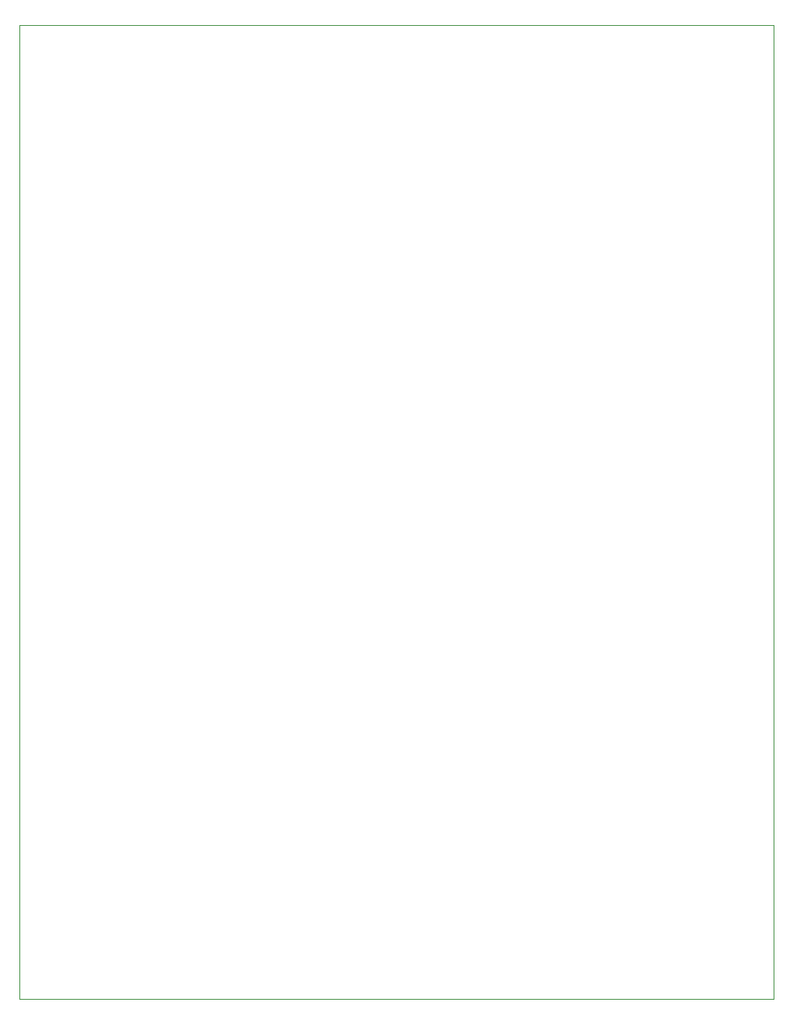
<source format=gbr>
%TF.GenerationSoftware,KiCad,Pcbnew,(5.99.0-10650-gfdcc49d3ee)*%
%TF.CreationDate,2021-06-18T14:28:24+02:00*%
%TF.ProjectId,lipo_parallel_board,6c69706f-5f70-4617-9261-6c6c656c5f62,rev?*%
%TF.SameCoordinates,Original*%
%TF.FileFunction,Profile,NP*%
%FSLAX46Y46*%
G04 Gerber Fmt 4.6, Leading zero omitted, Abs format (unit mm)*
G04 Created by KiCad (PCBNEW (5.99.0-10650-gfdcc49d3ee)) date 2021-06-18 14:28:24*
%MOMM*%
%LPD*%
G01*
G04 APERTURE LIST*
%TA.AperFunction,Profile*%
%ADD10C,0.100000*%
%TD*%
G04 APERTURE END LIST*
D10*
X93825000Y-40825000D02*
X172825000Y-40825000D01*
X172825000Y-40825000D02*
X172825000Y-142825000D01*
X172825000Y-142825000D02*
X93825000Y-142825000D01*
X93825000Y-142825000D02*
X93825000Y-40825000D01*
M02*

</source>
